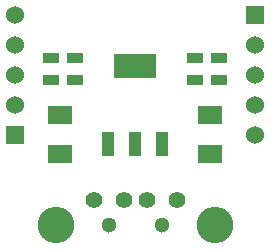
<source format=gbs>
G04 (created by PCBNEW (2013-07-07 BZR 4022)-stable) date 11/24/2014 5:15:10 AM*
%MOIN*%
G04 Gerber Fmt 3.4, Leading zero omitted, Abs format*
%FSLAX34Y34*%
G01*
G70*
G90*
G04 APERTURE LIST*
%ADD10C,0.00590551*%
%ADD11R,0.06X0.06*%
%ADD12C,0.06*%
%ADD13R,0.144X0.08*%
%ADD14R,0.04X0.08*%
%ADD15R,0.08X0.06*%
%ADD16R,0.055X0.035*%
%ADD17O,0.122047X0.122047*%
%ADD18C,0.0511811*%
%ADD19C,0.0551181*%
G04 APERTURE END LIST*
G54D10*
G54D11*
X79000Y-51000D03*
G54D12*
X79000Y-52000D03*
X79000Y-53000D03*
X79000Y-54000D03*
X79000Y-55000D03*
G54D13*
X75000Y-52700D03*
G54D14*
X75000Y-55300D03*
X74100Y-55300D03*
X75900Y-55300D03*
G54D15*
X77500Y-55650D03*
X77500Y-54350D03*
X72500Y-55650D03*
X72500Y-54350D03*
G54D16*
X77800Y-52425D03*
X77800Y-53175D03*
X77000Y-53175D03*
X77000Y-52425D03*
X72200Y-52425D03*
X72200Y-53175D03*
X73000Y-53175D03*
X73000Y-52425D03*
G54D11*
X71000Y-55000D03*
G54D12*
X71000Y-54000D03*
X71000Y-53000D03*
X71000Y-52000D03*
X71000Y-51000D03*
G54D17*
X72362Y-58000D03*
X77637Y-58000D03*
G54D18*
X74114Y-58000D03*
X75885Y-58000D03*
G54D19*
X76377Y-57173D03*
X75393Y-57173D03*
X74606Y-57173D03*
X73622Y-57173D03*
M02*

</source>
